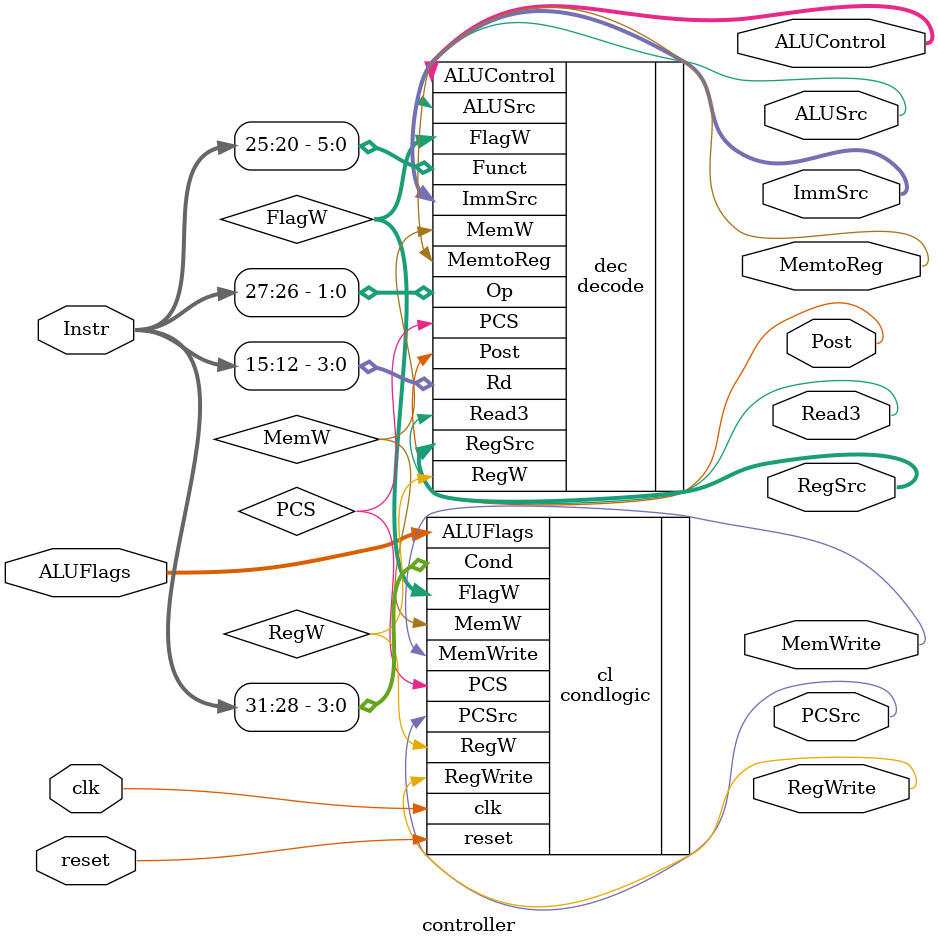
<source format=v>
module controller (
	clk,
	reset,
	Instr,
	ALUFlags,
	RegSrc,
	RegWrite,
	ImmSrc,
	ALUSrc,
	ALUControl,
	MemWrite,
	MemtoReg,
	PCSrc,
	Read3,
	Post
);
	input wire clk;
	input wire reset;
	input wire [31:12] Instr;
	input wire [3:0] ALUFlags;
	output wire [1:0] RegSrc;
	output wire RegWrite;
	output wire [1:0] ImmSrc;
	output wire ALUSrc;
	output wire [1:0] ALUControl;
	output wire MemWrite;
	output wire MemtoReg;
	output wire PCSrc;
	output wire Read3;
	output wire Post;
	
	wire [1:0] FlagW;
	wire PCS;
	wire RegW;
	wire MemW;
	decode dec(
		.Op(Instr[27:26]),
		.Funct(Instr[25:20]),
		.Rd(Instr[15:12]),
		.FlagW(FlagW),
		.PCS(PCS),
		.RegW(RegW),
		.MemW(MemW),
		.MemtoReg(MemtoReg),
		.ALUSrc(ALUSrc),
		.ImmSrc(ImmSrc),
		.RegSrc(RegSrc),
		.ALUControl(ALUControl),
		.Read3(Read3),
		.Post(Post)
	);
	condlogic cl(
		.clk(clk),
		.reset(reset),
		.Cond(Instr[31:28]),
		.ALUFlags(ALUFlags),
		.FlagW(FlagW),
		.PCS(PCS),
		.RegW(RegW),
		.MemW(MemW),
		.PCSrc(PCSrc),
		.RegWrite(RegWrite),
		.MemWrite(MemWrite)
	);
endmodule
</source>
